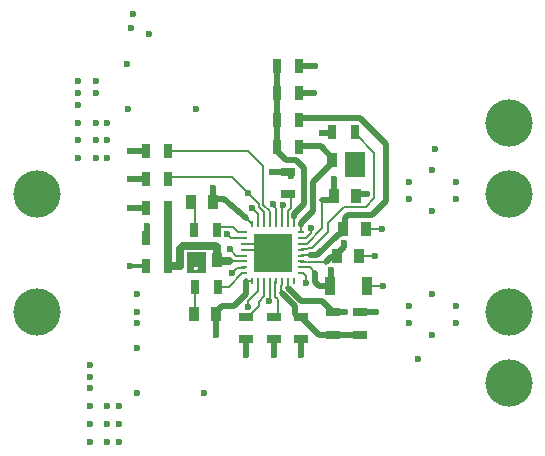
<source format=gbl>
G04*
G04 #@! TF.GenerationSoftware,Altium Limited,Altium Designer,19.1.7 (138)*
G04*
G04 Layer_Physical_Order=6*
G04 Layer_Color=16711680*
%FSLAX44Y44*%
%MOMM*%
G71*
G01*
G75*
%ADD10C,0.2000*%
%ADD16C,0.3000*%
%ADD23C,0.5000*%
%ADD24C,4.0000*%
%ADD25C,0.6000*%
%ADD31R,3.3000X3.3000*%
%ADD32R,0.2300X0.6000*%
%ADD33R,0.6000X0.2300*%
%ADD34R,1.3000X0.7000*%
%ADD35R,0.9000X1.3000*%
%ADD36R,0.9000X1.6000*%
%ADD37R,0.7000X1.3000*%
%ADD38C,0.7000*%
G36*
X193000Y233076D02*
X177000D01*
Y250392D01*
X193000D01*
Y233076D01*
D02*
G37*
G36*
X328000Y314000D02*
X311000D01*
Y335000D01*
X328000D01*
Y314000D01*
D02*
G37*
%LPC*%
G36*
X183500Y247059D02*
X182330Y246826D01*
X181337Y246163D01*
X180674Y245170D01*
X180441Y244000D01*
Y238500D01*
X180674Y237330D01*
X181337Y236337D01*
X182330Y235674D01*
X183500Y235441D01*
X184671Y235674D01*
X185663Y236337D01*
X186326Y237330D01*
X186559Y238500D01*
Y244000D01*
X186326Y245170D01*
X185663Y246163D01*
X184671Y246826D01*
X183500Y247059D01*
D02*
G37*
%LPD*%
D10*
X180500Y293000D02*
X184000Y289500D01*
Y269500D02*
Y289500D01*
X238000Y208485D02*
X242500Y212985D01*
X238000Y204515D02*
Y208485D01*
X231485Y198000D02*
X238000Y204515D01*
X320000Y350000D02*
Y352000D01*
X310500Y288500D02*
X328500D01*
X297000Y275000D02*
X310500Y288500D01*
X297000Y267343D02*
Y275000D01*
X320000Y350000D02*
X336000Y334000D01*
Y296000D02*
Y334000D01*
X328500Y288500D02*
X336000Y296000D01*
X282000Y271000D02*
X282000Y271000D01*
X282000Y266343D02*
Y271000D01*
X278307Y262650D02*
X282000Y266343D01*
X301000Y298500D02*
X302000Y299500D01*
X292000Y271000D02*
Y294500D01*
X278650Y257650D02*
X292000Y271000D01*
X274150Y262650D02*
X278307D01*
X274150Y257650D02*
X278650D01*
X279372Y242150D02*
X295150D01*
X274150Y242350D02*
X279172D01*
X283307Y253650D02*
X297000Y267343D01*
X279872Y253650D02*
X283307D01*
X278872Y252650D02*
X279872Y253650D01*
X274150Y252650D02*
X278872D01*
X299500Y351000D02*
X300500Y352000D01*
X274000Y257500D02*
X274150Y257650D01*
X265000Y287515D02*
Y297500D01*
X262500Y285015D02*
X265000Y287515D01*
X274000Y262500D02*
X274150Y262650D01*
X262500Y274000D02*
Y285015D01*
X263000Y299500D02*
X265000Y297500D01*
X267650Y279650D02*
X268000Y280000D01*
X257150Y222564D02*
X257500Y222914D01*
X257150Y218008D02*
Y222564D01*
Y218008D02*
X257500Y217658D01*
Y222914D02*
Y226000D01*
Y215500D02*
Y217658D01*
X262650Y220286D02*
Y225850D01*
X229000Y209000D02*
X237500Y217500D01*
X227515Y198000D02*
X231485D01*
X227000Y197485D02*
X227515Y198000D01*
X229000Y204000D02*
Y209000D01*
X237500Y217500D02*
Y226000D01*
X227000Y195507D02*
Y197485D01*
X242500Y212985D02*
Y226000D01*
X278000Y224000D02*
Y230350D01*
X275850Y232500D02*
X278000Y230350D01*
X281500Y237500D02*
X286000Y233000D01*
X274000Y237500D02*
X281500D01*
X274000Y232500D02*
X275850D01*
X213000Y242650D02*
X225850D01*
X320000Y298500D02*
X321000Y299500D01*
X183500Y238500D02*
Y244000D01*
X274000Y267500D02*
Y271000D01*
X274000Y267500D02*
X274000Y267500D01*
X274150Y247650D02*
X281650D01*
X242500Y226000D02*
Y226007D01*
X252000Y212485D02*
Y225500D01*
Y212485D02*
X254000Y210485D01*
X252000Y225500D02*
X252500Y226000D01*
X215325Y233000D02*
X215650D01*
X220000Y237350D01*
X225850D01*
X226000Y237500D01*
X213480Y253000D02*
X218980Y247500D01*
X222607D02*
X222615Y247507D01*
X218980Y247500D02*
X222607D01*
X213388Y253000D02*
X213480D01*
X242500Y257500D02*
X247500Y252500D01*
X250000Y250000D01*
X226000Y252500D02*
X247500D01*
X226000Y257500D02*
X242500D01*
X222615Y247507D02*
X225993D01*
X214350Y262650D02*
X225850D01*
X211000Y266000D02*
X214350Y262650D01*
X220500Y267500D02*
X226000D01*
X216000Y272000D02*
X220500Y267500D01*
X203000Y272000D02*
X216000D01*
X202500Y271500D02*
X203000Y272000D01*
X250250Y289668D02*
Y290750D01*
Y289668D02*
X252500Y287418D01*
Y274000D02*
Y287418D01*
X262250Y298750D02*
X263000Y298000D01*
X254000Y198500D02*
Y210485D01*
X251000Y195500D02*
X254000Y198500D01*
X227000Y226000D02*
X232500D01*
X212650Y221000D02*
X224150Y232500D01*
X203500Y221000D02*
X212650D01*
X227000Y279000D02*
X232000Y274000D01*
X226000Y280000D02*
X227000Y279000D01*
X232000Y274000D02*
X232500D01*
X237500D02*
Y282500D01*
X242000Y290515D02*
Y323000D01*
X229000Y336000D02*
X242000Y323000D01*
X161500Y336000D02*
X229000D01*
X238000Y288858D02*
Y291485D01*
X228617Y300868D02*
X238000Y291485D01*
Y288858D02*
X242350Y284508D01*
X242000Y290515D02*
X247500Y285015D01*
Y274000D02*
Y285015D01*
X242350Y274150D02*
Y284508D01*
X257650Y288650D02*
X259000Y290000D01*
X257650Y274150D02*
Y288650D01*
X267650Y274150D02*
Y279650D01*
X267500Y274000D02*
X267650Y274150D01*
X257500Y274000D02*
X257650Y274150D01*
X232000Y288000D02*
X237500Y282500D01*
X184500Y199500D02*
Y221000D01*
X183000Y198000D02*
X184500Y199500D01*
X225850Y262650D02*
X226000Y262500D01*
X202500Y269000D02*
Y271500D01*
X142500Y262000D02*
X143500Y263000D01*
X215485Y314000D02*
X228617Y300868D01*
X301000Y298500D02*
X301500Y298000D01*
X320000Y298500D02*
X320500Y298000D01*
X328500Y270000D02*
X342000D01*
X323000Y247000D02*
X336500D01*
X329500Y222000D02*
X343000D01*
X163500Y314000D02*
X215485D01*
X242350Y274150D02*
X242500Y274000D01*
X247000Y209000D02*
X247350Y209350D01*
Y225850D01*
X247500Y226000D01*
X274000Y262500D02*
X274150Y262350D01*
X274000Y252500D02*
X274150Y252650D01*
X161500Y312000D02*
X163500Y314000D01*
X225993Y247507D02*
X226000Y247500D01*
X224150Y232500D02*
X226000D01*
X225850Y237650D02*
X226000Y237500D01*
X183500Y269000D02*
X184000Y269500D01*
D16*
X129000Y239000D02*
X142500D01*
D23*
X291500Y209000D02*
X299750Y200750D01*
X325000Y300000D02*
X330000D01*
X273500Y364000D02*
X323864D01*
X345500Y342364D01*
Y293500D02*
Y342364D01*
X334000Y282000D02*
X345500Y293500D01*
X272500Y385000D02*
X285000D01*
X269864Y328000D02*
X276000Y321864D01*
Y290737D02*
Y321864D01*
X268000Y282737D02*
X276000Y290737D01*
X299000Y246000D02*
X303000D01*
X304000Y247000D01*
X287286Y247650D02*
X305636Y266000D01*
X307500D01*
X309500Y268000D01*
Y270000D01*
X314000Y282000D02*
X334000D01*
X311000Y279000D02*
X314000Y282000D01*
X311000Y273500D02*
Y279000D01*
X309500Y272000D02*
X311000Y273500D01*
X309500Y270000D02*
Y272000D01*
X292000Y294500D02*
X299500D01*
X284000Y309500D02*
X300500Y326000D01*
X284000Y285100D02*
Y309500D01*
X274000Y275100D02*
X284000Y285100D01*
X281650Y247650D02*
X287286D01*
X299500Y294500D02*
X301500Y296500D01*
Y298000D01*
X292000Y351000D02*
X299500D01*
X273500Y340000D02*
X290500D01*
X300500Y330000D01*
Y328000D02*
Y330000D01*
Y326000D02*
Y328000D01*
X274000Y273050D02*
Y275100D01*
X268000Y280000D02*
Y282737D01*
X273936Y209000D02*
X291500D01*
X257500Y215500D02*
X268500Y204500D01*
X262650Y220286D02*
X273936Y209000D01*
X268500Y198000D02*
Y204500D01*
X217222Y205000D02*
X227000Y214778D01*
X207000Y205000D02*
X217222D01*
X227000Y214778D02*
Y226000D01*
X286000Y225500D02*
Y233000D01*
Y225500D02*
X289500Y222000D01*
X298500D01*
X272500Y339000D02*
X273500Y340000D01*
X295150Y242150D02*
X299000Y246000D01*
X272500Y363000D02*
X273500Y364000D01*
X272500Y362000D02*
Y363000D01*
X289000Y180500D02*
X301000D01*
X274000Y195500D02*
X289000Y180500D01*
X202000Y200000D02*
X207000Y205000D01*
X202000Y198000D02*
Y200000D01*
X209000Y295000D02*
X227000Y279000D01*
X201500Y295000D02*
X209000D01*
X199500Y293000D02*
X201500Y295000D01*
X261500Y328000D02*
X269864D01*
X253500Y336000D02*
X261500Y328000D01*
X301500Y200000D02*
X311000D01*
X301000Y199500D02*
X301500Y200000D01*
X324000Y180500D02*
X324000Y180500D01*
X301000Y180500D02*
X324000D01*
X143500Y263000D02*
Y272500D01*
X253500Y362000D02*
X253500Y362000D01*
X253500Y362000D02*
Y385000D01*
X129000Y288000D02*
X142500D01*
X272500Y408000D02*
X286000D01*
X249500Y318500D02*
X263000D01*
X302000Y299500D02*
Y312000D01*
X324000Y199500D02*
X337500D01*
X251000Y163000D02*
Y176500D01*
X274000Y163000D02*
Y176500D01*
X227000Y163000D02*
Y176500D01*
X129000Y336000D02*
X142500D01*
X129000Y312000D02*
X142500D01*
X199000Y293500D02*
Y305000D01*
Y293500D02*
X199500Y293000D01*
X310000Y255000D02*
Y258000D01*
X304000Y249000D02*
X310000Y255000D01*
X304000Y247000D02*
Y249000D01*
X253500Y336000D02*
Y339000D01*
X253500Y339000D01*
Y362000D01*
X253500Y385000D02*
X253500Y385000D01*
Y408000D01*
X299000Y222500D02*
Y235000D01*
X298500Y222000D02*
X299000Y222500D01*
X268500Y198000D02*
X271000Y195500D01*
X274000D01*
X202000Y180000D02*
Y198000D01*
D24*
X450000Y200000D02*
D03*
Y360000D02*
D03*
Y300000D02*
D03*
X50000D02*
D03*
Y200000D02*
D03*
X450000Y140000D02*
D03*
D25*
X95000Y155000D02*
D03*
Y145000D02*
D03*
Y135000D02*
D03*
X110000Y120000D02*
D03*
X95000D02*
D03*
Y105000D02*
D03*
X110000D02*
D03*
X120000Y120000D02*
D03*
X95000Y90000D02*
D03*
X120000D02*
D03*
Y105000D02*
D03*
X110000Y90000D02*
D03*
X265000Y315000D02*
D03*
X100000Y330000D02*
D03*
X110000Y345000D02*
D03*
Y330000D02*
D03*
X85000D02*
D03*
X110000Y360000D02*
D03*
X100000Y345000D02*
D03*
X85000D02*
D03*
Y360000D02*
D03*
X100000D02*
D03*
X85000Y375000D02*
D03*
Y385000D02*
D03*
Y395000D02*
D03*
X189000Y237000D02*
D03*
X181000D02*
D03*
X315000Y318000D02*
D03*
X324000D02*
D03*
X285000Y385000D02*
D03*
X385000Y180000D02*
D03*
X365000Y190000D02*
D03*
X405000Y205000D02*
D03*
Y190000D02*
D03*
X365000Y205000D02*
D03*
X385000Y215000D02*
D03*
Y320000D02*
D03*
X365000Y310000D02*
D03*
X405000Y295000D02*
D03*
Y310000D02*
D03*
X365000Y295000D02*
D03*
X135000Y215000D02*
D03*
Y200000D02*
D03*
Y190000D02*
D03*
X130000Y440000D02*
D03*
X145000Y435000D02*
D03*
X282000Y271000D02*
D03*
X259000Y261000D02*
D03*
Y237000D02*
D03*
X239000D02*
D03*
X373000Y160000D02*
D03*
X387000Y338000D02*
D03*
X229000Y204000D02*
D03*
X278000Y224000D02*
D03*
X215325Y233000D02*
D03*
X213388Y253000D02*
D03*
X239000Y262000D02*
D03*
X250250Y290750D02*
D03*
X259000Y290000D02*
D03*
X330000Y300000D02*
D03*
X211000Y266000D02*
D03*
X311000Y200000D02*
D03*
X143500Y272500D02*
D03*
X129000Y288000D02*
D03*
X185000Y372000D02*
D03*
X192000Y131000D02*
D03*
X135000Y130900D02*
D03*
Y169000D02*
D03*
X127000Y371900D02*
D03*
X385000Y285000D02*
D03*
X131230Y452050D02*
D03*
X100000Y385000D02*
D03*
Y395000D02*
D03*
X126840Y410000D02*
D03*
X286000Y408000D02*
D03*
X249500Y318500D02*
D03*
X302000Y312000D02*
D03*
X342000Y270000D02*
D03*
X336500Y247000D02*
D03*
X337500Y199500D02*
D03*
X343000Y222000D02*
D03*
X251000Y163000D02*
D03*
X292000Y351000D02*
D03*
X274000Y163000D02*
D03*
X227000D02*
D03*
X129000Y336000D02*
D03*
Y312000D02*
D03*
X199000Y305000D02*
D03*
X232000Y288000D02*
D03*
X310000Y258000D02*
D03*
X228617Y300868D02*
D03*
X129000Y239000D02*
D03*
X299000Y235000D02*
D03*
X247000Y209000D02*
D03*
X202000Y180000D02*
D03*
D31*
X250000Y250000D02*
D03*
D32*
X267500Y274000D02*
D03*
X262500D02*
D03*
X257500D02*
D03*
X252500D02*
D03*
X247500D02*
D03*
X242500D02*
D03*
X237500D02*
D03*
X232500D02*
D03*
Y226000D02*
D03*
X237500D02*
D03*
X242500D02*
D03*
X247500D02*
D03*
X252500D02*
D03*
X257500D02*
D03*
X262500D02*
D03*
X267500D02*
D03*
D33*
X226000Y267500D02*
D03*
Y262500D02*
D03*
Y257500D02*
D03*
Y252500D02*
D03*
Y247500D02*
D03*
Y242500D02*
D03*
Y237500D02*
D03*
Y232500D02*
D03*
X274000D02*
D03*
Y237500D02*
D03*
Y242500D02*
D03*
Y247500D02*
D03*
Y252500D02*
D03*
Y257500D02*
D03*
Y262500D02*
D03*
Y267500D02*
D03*
D34*
X227000Y176500D02*
D03*
Y195500D02*
D03*
X251000Y176500D02*
D03*
Y195500D02*
D03*
X274000Y195500D02*
D03*
Y176500D02*
D03*
X301000Y180500D02*
D03*
Y199500D02*
D03*
X324000Y199500D02*
D03*
Y180500D02*
D03*
X263000Y299500D02*
D03*
Y318500D02*
D03*
D35*
X320500Y298000D02*
D03*
X301500D02*
D03*
X323000Y247000D02*
D03*
X304000D02*
D03*
X328500Y270000D02*
D03*
X309500D02*
D03*
X319500Y328000D02*
D03*
X300500D02*
D03*
X183000Y198000D02*
D03*
X202000D02*
D03*
X202500Y244000D02*
D03*
X183500D02*
D03*
X199500Y293000D02*
D03*
X180500D02*
D03*
D36*
X329500Y222000D02*
D03*
X298500D02*
D03*
D37*
X300500Y352000D02*
D03*
X319500D02*
D03*
X272500Y339000D02*
D03*
X253500D02*
D03*
X253500Y362000D02*
D03*
X272500D02*
D03*
X272500Y385000D02*
D03*
X253500D02*
D03*
X253500Y408000D02*
D03*
X272500D02*
D03*
X184500Y221000D02*
D03*
X203500D02*
D03*
X202500Y269000D02*
D03*
X183500D02*
D03*
X161500Y239000D02*
D03*
X142500D02*
D03*
X142500Y262000D02*
D03*
X161500D02*
D03*
X161500Y288000D02*
D03*
X142500D02*
D03*
Y312000D02*
D03*
X161500D02*
D03*
X142500Y336000D02*
D03*
X161500D02*
D03*
D38*
X170657Y239000D02*
X170828Y238828D01*
X161500Y239000D02*
X170657D01*
X171000Y252828D02*
X174172Y256000D01*
X171000Y239000D02*
Y252828D01*
X170828Y238828D02*
X171000Y239000D01*
X203500Y242650D02*
X213000D01*
X202500Y243650D02*
X203500Y242650D01*
X202500Y243650D02*
Y244000D01*
X161500Y262000D02*
X161500Y262000D01*
X161500Y239000D02*
Y262000D01*
Y288000D01*
X174172Y256000D02*
X201000D01*
X202500Y254500D01*
Y244000D02*
Y254500D01*
M02*

</source>
